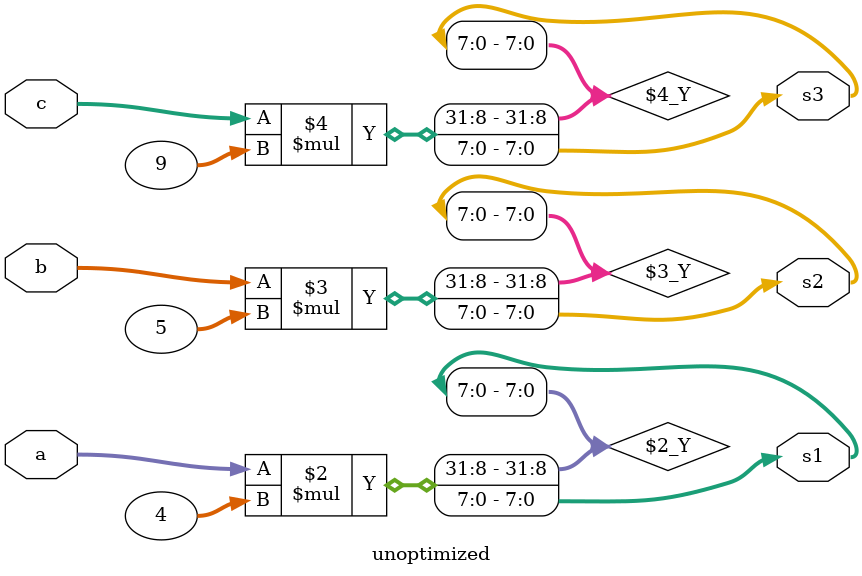
<source format=v>
module unoptimized
#(  parameter       BW = 8)
(
    input [BW-1:0] a,
    input [BW-1:0] b,
    input [BW-1:0] c,
    output reg [BW-1:0] s1,
    output reg [BW-1:0] s2,
    output reg [BW-1:0] s3
);

always @ (a or b or c) begin
    s1 = a * 4;
    s2 = b * 5;
    s3 = c * 9;
end
endmodule

</source>
